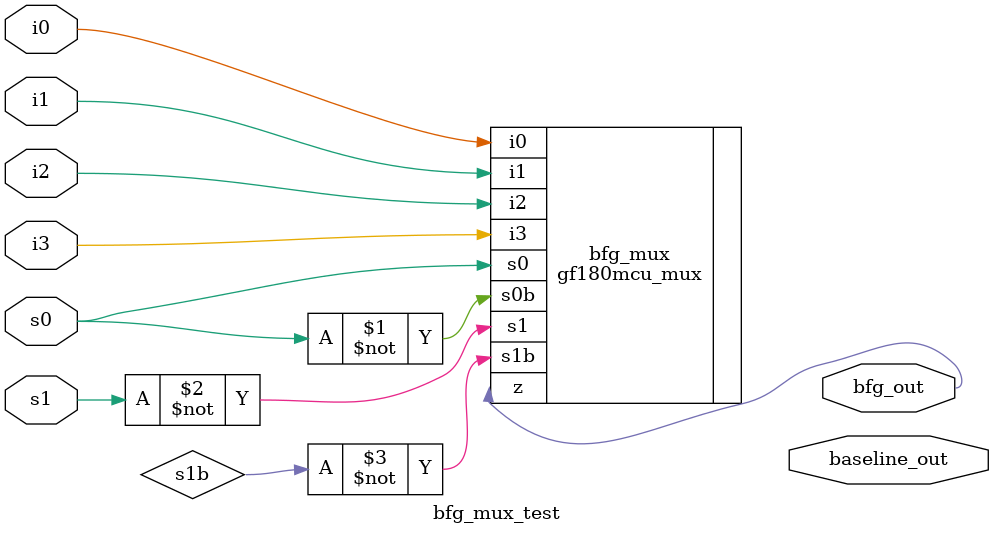
<source format=v>
module bfg_mux_test (
  input i0,
  input i1,
  input i2,
  input i3,
  input s0,
  input s1,
  output baseline_out,
  output bfg_out
);

gf180mcu_mux bfg_mux(
  .i0(i0),
  .i1(i1),
  .i2(i2),
  .i3(i3),
  .s0(s0),
  .s0b(~s0),
  .s1(~s1),
  .s1b(~s1b),
  .z(bfg_out)
);

endmodule

</source>
